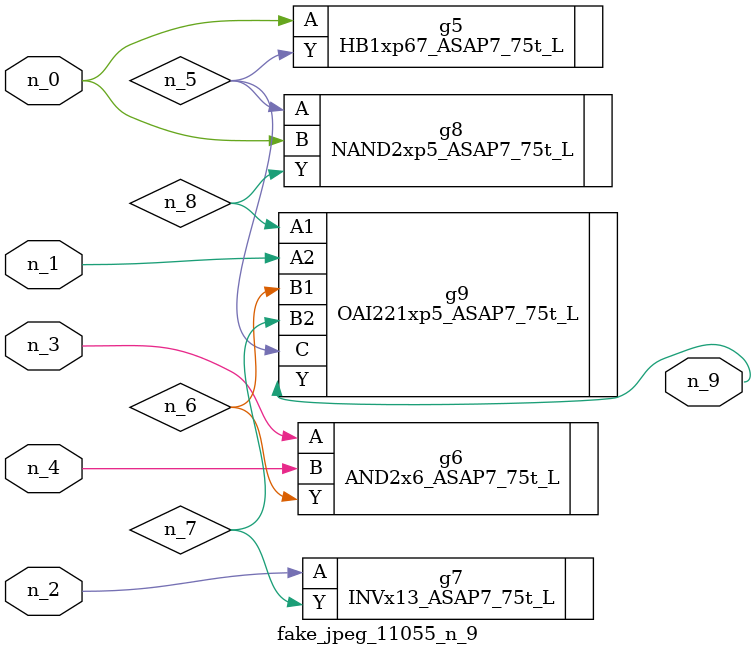
<source format=v>
module fake_jpeg_11055_n_9 (n_3, n_2, n_1, n_0, n_4, n_9);

input n_3;
input n_2;
input n_1;
input n_0;
input n_4;

output n_9;

wire n_8;
wire n_6;
wire n_5;
wire n_7;

HB1xp67_ASAP7_75t_L g5 ( 
.A(n_0),
.Y(n_5)
);

AND2x6_ASAP7_75t_L g6 ( 
.A(n_3),
.B(n_4),
.Y(n_6)
);

INVx13_ASAP7_75t_L g7 ( 
.A(n_2),
.Y(n_7)
);

NAND2xp5_ASAP7_75t_L g8 ( 
.A(n_5),
.B(n_0),
.Y(n_8)
);

OAI221xp5_ASAP7_75t_L g9 ( 
.A1(n_8),
.A2(n_1),
.B1(n_6),
.B2(n_7),
.C(n_5),
.Y(n_9)
);


endmodule
</source>
